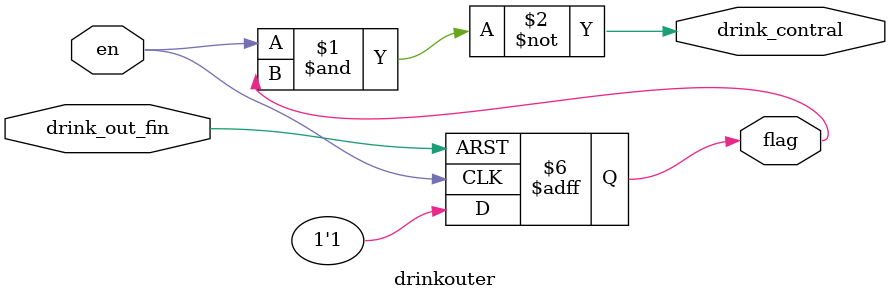
<source format=v>

module drinkouter (
		   input      en,
		   input      drink_out_fin,
		   output     drink_contral,
		   output reg flag = 1
		   );
	/////////////////////////////////////////////
	// parameter and signals
	/////////////////////////////////////////////
	// parameter

	// regs or wires

	/////////////////////////////////////////////
	// main code
	/////////////////////////////////////////////
	assign drink_contral = ~(en & flag);
	always @ (posedge en or negedge drink_out_fin) begin
		if(!drink_out_fin)
			flag <= 0;
		else
			flag <= 1;
	end
	/////////////////////////////////////////////
	// code end
	/////////////////////////////////////////////
endmodule

</source>
